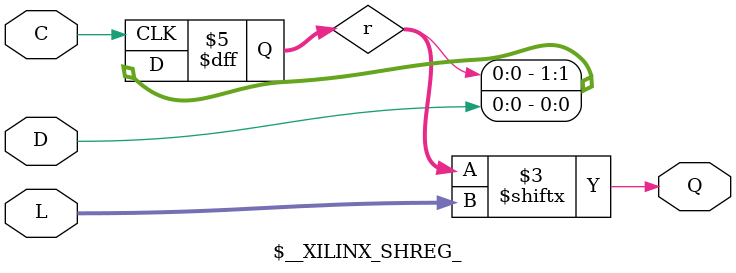
<source format=v>
module shregmap_static_test(input i, clk, output [1:0] q);
reg head = 1'b0;
reg [3:0] shift1 = 4'b0000;
reg [3:0] shift2 = 4'b0000;

always @(posedge clk) begin
    head <= i;
    shift1 <= {shift1[2:0], head};
    shift2 <= {shift2[2:0], head};
end

assign q = {shift2[3], shift1[3]};
endmodule

module $__SHREG_DFF_P_(input C, D, output Q);
parameter DEPTH = 2;
parameter [DEPTH-1:0] INIT = {DEPTH{1'b0}};
reg [DEPTH-1:0] r = INIT;
always @(posedge C) 
    r <= { r[DEPTH-2:0], D };
assign Q = r[DEPTH-1];
endmodule

module shregmap_variable_test(input i, clk, input [1:0] l1, l2, output [1:0] q);
reg head = 1'b0;
reg [3:0] shift1 = 4'b0000;
reg [3:0] shift2 = 4'b0000;

always @(posedge clk) begin
    head <= i;
    shift1 <= {shift1[2:0], head};
    shift2 <= {shift2[2:0], head};
end

assign q = {shift2[l2], shift1[l1]};
endmodule

module $__XILINX_SHREG_(input C, D, input [1:0] L, output Q);
parameter CLKPOL = 1;
parameter ENPOL = 1;
parameter DEPTH = 2;
parameter [DEPTH-1:0] INIT = {DEPTH{1'b0}};
reg [DEPTH-1:0] r = INIT;
wire clk = C ^ CLKPOL;
always @(posedge C)
    r <= { r[DEPTH-2:0], D };
assign Q = r[L];
endmodule

</source>
